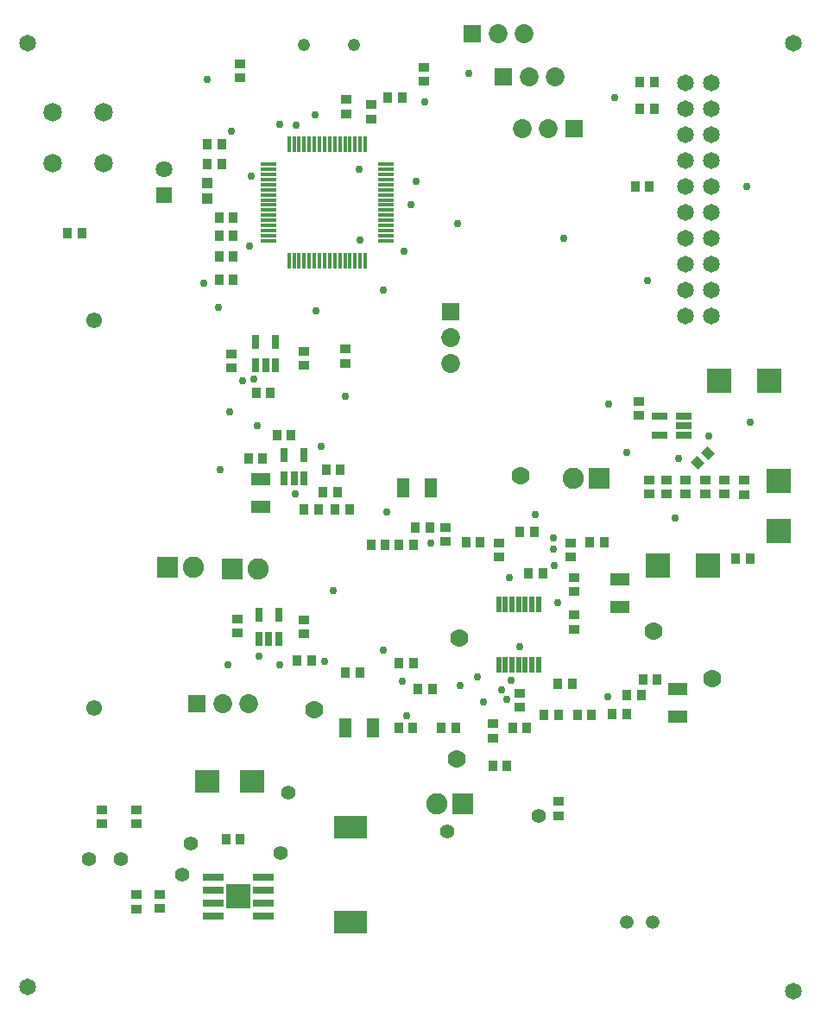
<source format=gts>
G04*
G04 #@! TF.GenerationSoftware,Altium Limited,Altium Designer,18.1.9 (240)*
G04*
G04 Layer_Color=8388736*
%FSLAX25Y25*%
%MOIN*%
G70*
G01*
G75*
%ADD32R,0.04043X0.03650*%
%ADD33R,0.03650X0.04043*%
G04:AMPARAMS|DCode=34|XSize=40.43mil|YSize=36.5mil|CornerRadius=0mil|HoleSize=0mil|Usage=FLASHONLY|Rotation=135.000|XOffset=0mil|YOffset=0mil|HoleType=Round|Shape=Rectangle|*
%AMROTATEDRECTD34*
4,1,4,0.02720,-0.00139,0.00139,-0.02720,-0.02720,0.00139,-0.00139,0.02720,0.02720,-0.00139,0.0*
%
%ADD34ROTATEDRECTD34*%

%ADD35R,0.06307X0.01681*%
%ADD36R,0.01681X0.06307*%
%ADD37R,0.09555X0.09555*%
%ADD38R,0.09555X0.09555*%
%ADD39R,0.04831X0.07193*%
%ADD40R,0.07193X0.04831*%
%ADD41R,0.02700X0.05700*%
%ADD42R,0.04437X0.04043*%
%ADD43R,0.02272X0.06307*%
%ADD44R,0.06300X0.02700*%
%ADD45R,0.09358X0.08965*%
%ADD46R,0.12705X0.09161*%
%ADD47R,0.08300X0.02700*%
%ADD48R,0.09500X0.09500*%
%ADD49C,0.06406*%
%ADD50R,0.06406X0.06406*%
%ADD51C,0.06500*%
%ADD52C,0.07193*%
%ADD53C,0.06996*%
%ADD54C,0.07291*%
%ADD55R,0.07075X0.07075*%
%ADD56C,0.08177*%
%ADD57R,0.07933X0.07933*%
%ADD58R,0.07075X0.07075*%
%ADD59C,0.05224*%
%ADD60C,0.04831*%
%ADD61C,0.06110*%
%ADD62C,0.05500*%
%ADD63C,0.03000*%
D32*
X246492Y454705D02*
D03*
Y449193D02*
D03*
X293508Y210244D02*
D03*
Y215756D02*
D03*
X318937Y180291D02*
D03*
Y185803D02*
D03*
X165000Y144441D02*
D03*
Y149953D02*
D03*
X237000Y456835D02*
D03*
Y451323D02*
D03*
X349949Y334800D02*
D03*
Y340312D02*
D03*
X323418Y280100D02*
D03*
Y285612D02*
D03*
X324796Y266672D02*
D03*
Y272183D02*
D03*
X295820Y280073D02*
D03*
Y285584D02*
D03*
X324796Y252234D02*
D03*
Y257746D02*
D03*
X236390Y360398D02*
D03*
Y354886D02*
D03*
X303918Y222000D02*
D03*
Y227512D02*
D03*
X354000Y304472D02*
D03*
Y309984D02*
D03*
X360449Y309954D02*
D03*
Y304443D02*
D03*
X367949Y309954D02*
D03*
Y304443D02*
D03*
X375449Y304443D02*
D03*
Y309955D02*
D03*
X275316Y291584D02*
D03*
Y286073D02*
D03*
X267000Y469194D02*
D03*
Y463682D02*
D03*
X382949Y304443D02*
D03*
Y309954D02*
D03*
X196012Y465100D02*
D03*
Y470612D02*
D03*
X390449Y304191D02*
D03*
Y309703D02*
D03*
X156000Y149756D02*
D03*
Y144244D02*
D03*
X192370Y353114D02*
D03*
Y358626D02*
D03*
X220500Y354000D02*
D03*
Y359512D02*
D03*
X142500Y177094D02*
D03*
Y182606D02*
D03*
X156000Y177094D02*
D03*
Y182606D02*
D03*
X195000Y256256D02*
D03*
Y250744D02*
D03*
X220500Y255847D02*
D03*
Y250335D02*
D03*
D33*
X252969Y457500D02*
D03*
X258480D02*
D03*
X246394Y284699D02*
D03*
X251906D02*
D03*
X303918Y289669D02*
D03*
X309430D02*
D03*
X318693Y231013D02*
D03*
X324205D02*
D03*
X306674Y214198D02*
D03*
X301162D02*
D03*
X257193Y284699D02*
D03*
X262705D02*
D03*
X312776Y273903D02*
D03*
X307264D02*
D03*
X356882Y232883D02*
D03*
X351370D02*
D03*
X236638Y235419D02*
D03*
X242150D02*
D03*
X355800Y463500D02*
D03*
X350288D02*
D03*
X263560Y291584D02*
D03*
X269072D02*
D03*
X350853Y226864D02*
D03*
X345341D02*
D03*
X264693Y229199D02*
D03*
X270205D02*
D03*
X355800Y453000D02*
D03*
X350288D02*
D03*
X392866Y279482D02*
D03*
X387354D02*
D03*
X288624Y285829D02*
D03*
X283113D02*
D03*
X326109Y219213D02*
D03*
X331621D02*
D03*
X257146Y214198D02*
D03*
X262658D02*
D03*
X353930Y423000D02*
D03*
X348418D02*
D03*
X313268Y219213D02*
D03*
X318780D02*
D03*
X279205Y214198D02*
D03*
X273693D02*
D03*
X199043Y318200D02*
D03*
X204555D02*
D03*
X229163Y313800D02*
D03*
X234675D02*
D03*
X226154Y298500D02*
D03*
X220642D02*
D03*
X238209Y298500D02*
D03*
X232697D02*
D03*
X134756Y405000D02*
D03*
X129244D02*
D03*
X257194Y239328D02*
D03*
X262705D02*
D03*
X345205Y219410D02*
D03*
X339693D02*
D03*
X330937Y285809D02*
D03*
X336449D02*
D03*
X207617Y343500D02*
D03*
X202105D02*
D03*
X190500Y171000D02*
D03*
X196012D02*
D03*
X193256Y387000D02*
D03*
X187744D02*
D03*
X193256Y396000D02*
D03*
X187744D02*
D03*
X193256Y404000D02*
D03*
X187744D02*
D03*
X193256Y411000D02*
D03*
X187744D02*
D03*
X188756Y431764D02*
D03*
X183244D02*
D03*
X188756Y439500D02*
D03*
X183244D02*
D03*
X293410Y199500D02*
D03*
X298922D02*
D03*
X210104Y327129D02*
D03*
X215616D02*
D03*
X217886Y240000D02*
D03*
X223398D02*
D03*
X228000Y305013D02*
D03*
X233512D02*
D03*
D34*
X372587Y316419D02*
D03*
X376484Y320317D02*
D03*
D35*
X252091Y431764D02*
D03*
Y429795D02*
D03*
Y427827D02*
D03*
Y425858D02*
D03*
Y423890D02*
D03*
Y421921D02*
D03*
Y419953D02*
D03*
Y417984D02*
D03*
Y416016D02*
D03*
Y414047D02*
D03*
Y412079D02*
D03*
Y410110D02*
D03*
Y408142D02*
D03*
Y406173D02*
D03*
Y404205D02*
D03*
Y402236D02*
D03*
X206909D02*
D03*
Y404205D02*
D03*
Y406173D02*
D03*
Y408142D02*
D03*
Y410110D02*
D03*
Y412079D02*
D03*
Y414047D02*
D03*
Y416016D02*
D03*
Y417984D02*
D03*
Y419953D02*
D03*
Y421921D02*
D03*
Y423890D02*
D03*
Y425858D02*
D03*
Y427827D02*
D03*
Y429795D02*
D03*
Y431764D02*
D03*
D36*
X244264Y394409D02*
D03*
X242295D02*
D03*
X240327D02*
D03*
X238358D02*
D03*
X236390D02*
D03*
X234421D02*
D03*
X232453D02*
D03*
X230484D02*
D03*
X228516D02*
D03*
X226547D02*
D03*
X224579D02*
D03*
X222610D02*
D03*
X220642D02*
D03*
X218673D02*
D03*
X216705D02*
D03*
X214736D02*
D03*
Y439591D02*
D03*
X216705D02*
D03*
X218673D02*
D03*
X220642D02*
D03*
X222610D02*
D03*
X224579D02*
D03*
X226547D02*
D03*
X228516D02*
D03*
X230484D02*
D03*
X232453D02*
D03*
X234421D02*
D03*
X236390D02*
D03*
X238358D02*
D03*
X240327D02*
D03*
X242295D02*
D03*
X244264D02*
D03*
D37*
X400292Y348000D02*
D03*
X381000D02*
D03*
X376646Y276835D02*
D03*
X357354D02*
D03*
D38*
X403949Y290053D02*
D03*
Y309345D02*
D03*
D39*
X236634Y214198D02*
D03*
X247264D02*
D03*
X258788Y306805D02*
D03*
X269418D02*
D03*
D40*
X342689Y271344D02*
D03*
Y260714D02*
D03*
X204000Y310151D02*
D03*
Y299521D02*
D03*
X364949Y229056D02*
D03*
Y218426D02*
D03*
D41*
X202000Y354000D02*
D03*
X205700D02*
D03*
X209400D02*
D03*
Y363200D02*
D03*
X202000D02*
D03*
X203300Y248656D02*
D03*
X207000D02*
D03*
X210700D02*
D03*
Y257856D02*
D03*
X203300D02*
D03*
X213005Y319600D02*
D03*
X220405D02*
D03*
Y310400D02*
D03*
X216705D02*
D03*
X213005D02*
D03*
D42*
X183339Y424650D02*
D03*
Y418350D02*
D03*
D43*
X295772Y261766D02*
D03*
X298331D02*
D03*
X300890D02*
D03*
X303449D02*
D03*
X306008D02*
D03*
X308567D02*
D03*
X311126D02*
D03*
Y238632D02*
D03*
X308567D02*
D03*
X306008D02*
D03*
X303449D02*
D03*
X300890D02*
D03*
X298331D02*
D03*
X295772D02*
D03*
D44*
X367315Y327129D02*
D03*
Y330829D02*
D03*
Y334529D02*
D03*
X357915D02*
D03*
Y327129D02*
D03*
D45*
X183339Y193500D02*
D03*
X200661D02*
D03*
D46*
X238500Y175807D02*
D03*
Y139193D02*
D03*
D47*
X185461Y156567D02*
D03*
Y151567D02*
D03*
Y146567D02*
D03*
Y141567D02*
D03*
X204861D02*
D03*
Y146567D02*
D03*
Y151567D02*
D03*
Y156567D02*
D03*
D48*
X195161Y149067D02*
D03*
D49*
X166500Y429953D02*
D03*
D50*
Y419953D02*
D03*
D51*
X409500Y478500D02*
D03*
X114000Y114000D02*
D03*
X409500Y112500D02*
D03*
X114000Y478500D02*
D03*
X367949Y373000D02*
D03*
X377949D02*
D03*
X367949Y383000D02*
D03*
X377949D02*
D03*
X367949Y393000D02*
D03*
X377949D02*
D03*
X367949Y403000D02*
D03*
X377949D02*
D03*
X367949Y413000D02*
D03*
X377949D02*
D03*
X367949Y423000D02*
D03*
X377949D02*
D03*
X367949Y433000D02*
D03*
X377949D02*
D03*
X367949Y443000D02*
D03*
X377949D02*
D03*
X367949Y453000D02*
D03*
X377949D02*
D03*
X367949Y463000D02*
D03*
X377949D02*
D03*
D52*
X123657Y432000D02*
D03*
X143343D02*
D03*
Y451686D02*
D03*
X123657D02*
D03*
D53*
X304322Y311510D02*
D03*
X279402Y202240D02*
D03*
X280500Y248669D02*
D03*
X355500Y251643D02*
D03*
X224434Y221000D02*
D03*
X378224Y233179D02*
D03*
D54*
X277186Y354995D02*
D03*
Y364995D02*
D03*
X189252Y223610D02*
D03*
X199252D02*
D03*
X307500Y465665D02*
D03*
X317500D02*
D03*
X305000Y445388D02*
D03*
X315000D02*
D03*
X305368Y482205D02*
D03*
X295368D02*
D03*
D55*
X277186Y374995D02*
D03*
D56*
X324500Y310643D02*
D03*
X272000Y184917D02*
D03*
X177925Y276000D02*
D03*
X203000Y275335D02*
D03*
D57*
X334500Y310643D02*
D03*
X282000Y184917D02*
D03*
X167925Y276000D02*
D03*
X193000Y275335D02*
D03*
D58*
X179252Y223610D02*
D03*
X297500Y465665D02*
D03*
X325000Y445388D02*
D03*
X285368Y482205D02*
D03*
D59*
X345288Y139126D02*
D03*
X355288D02*
D03*
D60*
X220642Y477705D02*
D03*
X239854D02*
D03*
D61*
X139500Y221870D02*
D03*
Y371476D02*
D03*
D62*
X311126Y180094D02*
D03*
X214366Y189000D02*
D03*
X177000Y169500D02*
D03*
X173587Y157547D02*
D03*
X211500Y165787D02*
D03*
X275874Y174000D02*
D03*
X150000Y163547D02*
D03*
X137693D02*
D03*
D63*
X303721Y245624D02*
D03*
X298922Y225000D02*
D03*
X267266Y455820D02*
D03*
X242178Y402465D02*
D03*
X241919Y429807D02*
D03*
X200072Y427307D02*
D03*
X225000Y450843D02*
D03*
X228516Y239800D02*
D03*
X300678Y232595D02*
D03*
X211360Y447194D02*
D03*
X217666Y446765D02*
D03*
X365129Y318234D02*
D03*
X316949Y283233D02*
D03*
X317178Y276999D02*
D03*
X203278Y241727D02*
D03*
X201147Y348761D02*
D03*
X287627Y233672D02*
D03*
X258678Y232294D02*
D03*
X260178Y218709D02*
D03*
X217078Y304595D02*
D03*
X227083Y322695D02*
D03*
X191793Y336095D02*
D03*
X196882Y348095D02*
D03*
X192678Y444465D02*
D03*
X299843Y272129D02*
D03*
X269662Y285384D02*
D03*
X338129Y339234D02*
D03*
X263803Y425206D02*
D03*
X284307Y466699D02*
D03*
X353091Y386706D02*
D03*
X261807Y416206D02*
D03*
X279807Y408706D02*
D03*
X259303Y398206D02*
D03*
X321000Y403000D02*
D03*
X251071Y383000D02*
D03*
X391500Y423000D02*
D03*
X199422Y400040D02*
D03*
X181890Y385733D02*
D03*
X225268Y375268D02*
D03*
X187500Y376500D02*
D03*
X183339Y464568D02*
D03*
X188107Y313823D02*
D03*
X236520Y342323D02*
D03*
X340500Y457500D02*
D03*
X202695Y330829D02*
D03*
X393000Y332043D02*
D03*
X376725Y326963D02*
D03*
X345225Y320351D02*
D03*
X296868Y228914D02*
D03*
X363815Y295266D02*
D03*
X337949Y226199D02*
D03*
X280949Y230577D02*
D03*
X252497Y297629D02*
D03*
X318449Y262443D02*
D03*
X316949Y287504D02*
D03*
X310020Y296651D02*
D03*
X289949Y224135D02*
D03*
X251071Y244198D02*
D03*
X231919Y267000D02*
D03*
X211360Y238500D02*
D03*
X191156D02*
D03*
M02*

</source>
